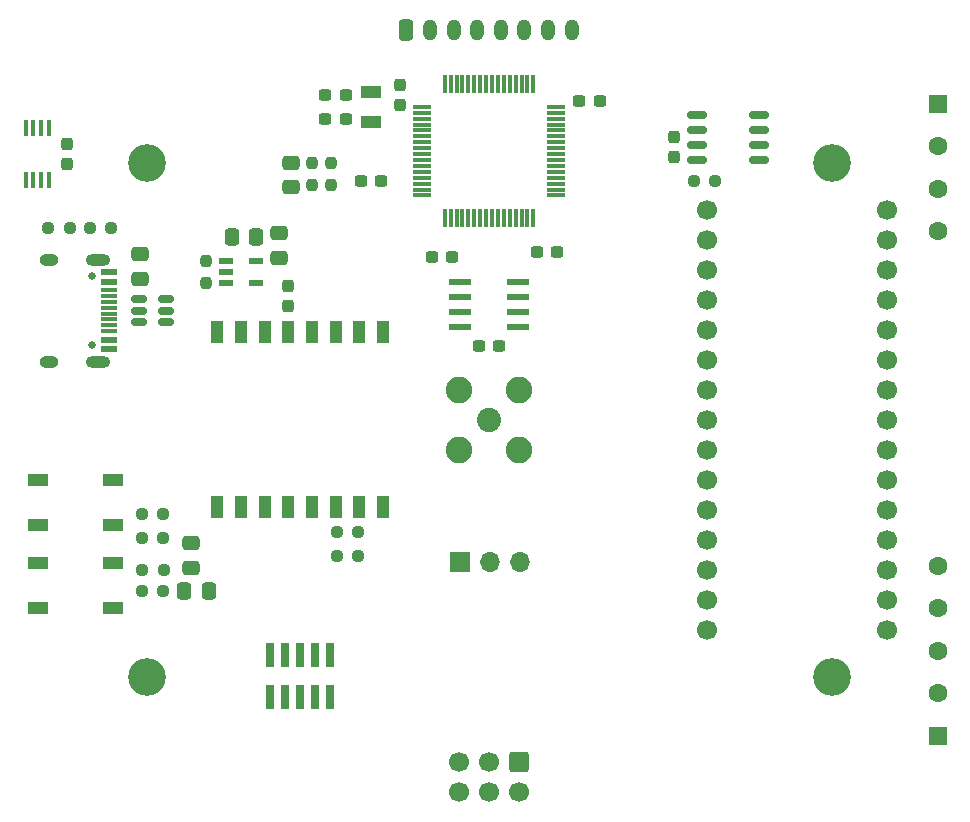
<source format=gbr>
%TF.GenerationSoftware,KiCad,Pcbnew,5.99.0-unknown-36d11f745e~142~ubuntu20.04.1*%
%TF.CreationDate,2021-10-28T09:57:52+02:00*%
%TF.ProjectId,Main_PCB_2,4d61696e-5f50-4434-925f-322e6b696361,rev?*%
%TF.SameCoordinates,Original*%
%TF.FileFunction,Soldermask,Top*%
%TF.FilePolarity,Negative*%
%FSLAX46Y46*%
G04 Gerber Fmt 4.6, Leading zero omitted, Abs format (unit mm)*
G04 Created by KiCad (PCBNEW 5.99.0-unknown-36d11f745e~142~ubuntu20.04.1) date 2021-10-28 09:57:52*
%MOMM*%
%LPD*%
G01*
G04 APERTURE LIST*
G04 Aperture macros list*
%AMRoundRect*
0 Rectangle with rounded corners*
0 $1 Rounding radius*
0 $2 $3 $4 $5 $6 $7 $8 $9 X,Y pos of 4 corners*
0 Add a 4 corners polygon primitive as box body*
4,1,4,$2,$3,$4,$5,$6,$7,$8,$9,$2,$3,0*
0 Add four circle primitives for the rounded corners*
1,1,$1+$1,$2,$3*
1,1,$1+$1,$4,$5*
1,1,$1+$1,$6,$7*
1,1,$1+$1,$8,$9*
0 Add four rect primitives between the rounded corners*
20,1,$1+$1,$2,$3,$4,$5,0*
20,1,$1+$1,$4,$5,$6,$7,0*
20,1,$1+$1,$6,$7,$8,$9,0*
20,1,$1+$1,$8,$9,$2,$3,0*%
G04 Aperture macros list end*
%ADD10RoundRect,0.250000X0.475000X-0.337500X0.475000X0.337500X-0.475000X0.337500X-0.475000X-0.337500X0*%
%ADD11RoundRect,0.150000X0.512500X0.150000X-0.512500X0.150000X-0.512500X-0.150000X0.512500X-0.150000X0*%
%ADD12RoundRect,0.237500X0.237500X-0.300000X0.237500X0.300000X-0.237500X0.300000X-0.237500X-0.300000X0*%
%ADD13RoundRect,0.237500X0.300000X0.237500X-0.300000X0.237500X-0.300000X-0.237500X0.300000X-0.237500X0*%
%ADD14RoundRect,0.250000X-0.600000X0.600000X-0.600000X-0.600000X0.600000X-0.600000X0.600000X0.600000X0*%
%ADD15C,1.700000*%
%ADD16RoundRect,0.237500X-0.250000X-0.237500X0.250000X-0.237500X0.250000X0.237500X-0.250000X0.237500X0*%
%ADD17RoundRect,0.237500X0.250000X0.237500X-0.250000X0.237500X-0.250000X-0.237500X0.250000X-0.237500X0*%
%ADD18R,0.760000X2.050000*%
%ADD19C,0.650000*%
%ADD20R,1.450000X0.600000*%
%ADD21R,1.450000X0.300000*%
%ADD22O,1.600000X1.000000*%
%ADD23O,2.100000X1.000000*%
%ADD24RoundRect,0.237500X0.237500X-0.250000X0.237500X0.250000X-0.237500X0.250000X-0.237500X-0.250000X0*%
%ADD25R,1.700000X1.000000*%
%ADD26R,1.800000X1.000000*%
%ADD27R,0.450000X1.400000*%
%ADD28RoundRect,0.250000X-0.550000X0.550000X-0.550000X-0.550000X0.550000X-0.550000X0.550000X0.550000X0*%
%ADD29C,1.600000*%
%ADD30R,1.981200X0.558800*%
%ADD31C,3.200000*%
%ADD32R,1.700000X1.700000*%
%ADD33O,1.700000X1.700000*%
%ADD34RoundRect,0.075000X-0.700000X-0.075000X0.700000X-0.075000X0.700000X0.075000X-0.700000X0.075000X0*%
%ADD35RoundRect,0.075000X-0.075000X-0.700000X0.075000X-0.700000X0.075000X0.700000X-0.075000X0.700000X0*%
%ADD36RoundRect,0.237500X-0.300000X-0.237500X0.300000X-0.237500X0.300000X0.237500X-0.300000X0.237500X0*%
%ADD37RoundRect,0.250000X-0.475000X0.337500X-0.475000X-0.337500X0.475000X-0.337500X0.475000X0.337500X0*%
%ADD38RoundRect,0.237500X-0.237500X0.250000X-0.237500X-0.250000X0.237500X-0.250000X0.237500X0.250000X0*%
%ADD39RoundRect,0.250000X0.550000X-0.550000X0.550000X0.550000X-0.550000X0.550000X-0.550000X-0.550000X0*%
%ADD40RoundRect,0.150000X0.675000X0.150000X-0.675000X0.150000X-0.675000X-0.150000X0.675000X-0.150000X0*%
%ADD41RoundRect,0.250000X-0.337500X-0.475000X0.337500X-0.475000X0.337500X0.475000X-0.337500X0.475000X0*%
%ADD42RoundRect,0.237500X-0.237500X0.300000X-0.237500X-0.300000X0.237500X-0.300000X0.237500X0.300000X0*%
%ADD43RoundRect,0.250000X-0.350000X-0.650000X0.350000X-0.650000X0.350000X0.650000X-0.350000X0.650000X0*%
%ADD44O,1.200000X1.800000*%
%ADD45R,1.050000X1.950000*%
%ADD46R,1.200000X0.600000*%
%ADD47C,2.050000*%
%ADD48C,2.250000*%
G04 APERTURE END LIST*
D10*
%TO.C,C19*%
X79440000Y-86037500D03*
X79440000Y-83962500D03*
%TD*%
D11*
%TO.C,U7*%
X81637500Y-89700000D03*
X81637500Y-88750000D03*
X81637500Y-87800000D03*
X79362500Y-87800000D03*
X79362500Y-88750000D03*
X79362500Y-89700000D03*
%TD*%
D12*
%TO.C,C6*%
X73250000Y-76362500D03*
X73250000Y-74637500D03*
%TD*%
D13*
%TO.C,C8*%
X118362500Y-71000000D03*
X116637500Y-71000000D03*
%TD*%
D14*
%TO.C,J2*%
X111500000Y-127000000D03*
D15*
X111500000Y-129540000D03*
X108960000Y-127000000D03*
X108960000Y-129540000D03*
X106420000Y-127000000D03*
X106420000Y-129540000D03*
%TD*%
D16*
%TO.C,R8*%
X79587500Y-112500000D03*
X81412500Y-112500000D03*
%TD*%
D17*
%TO.C,R14*%
X128162500Y-77750000D03*
X126337500Y-77750000D03*
%TD*%
D16*
%TO.C,R6*%
X79625000Y-110750000D03*
X81450000Y-110750000D03*
%TD*%
D18*
%TO.C,JP1*%
X90480000Y-121500000D03*
X90480000Y-117940000D03*
X91750000Y-121500000D03*
X91750000Y-117940000D03*
X93020000Y-121500000D03*
X93020000Y-117940000D03*
X94290000Y-121500000D03*
X94290000Y-117940000D03*
X95560000Y-121500000D03*
X95560000Y-117940000D03*
%TD*%
D19*
%TO.C,J3*%
X75400000Y-91640000D03*
X75400000Y-85860000D03*
D20*
X76845000Y-85500000D03*
X76845000Y-86300000D03*
D21*
X76845000Y-87500000D03*
X76845000Y-88500000D03*
X76845000Y-89000000D03*
X76845000Y-90000000D03*
D20*
X76845000Y-91200000D03*
X76845000Y-92000000D03*
X76845000Y-92000000D03*
X76845000Y-91200000D03*
D21*
X76845000Y-90500000D03*
X76845000Y-89500000D03*
X76845000Y-88000000D03*
X76845000Y-87000000D03*
D20*
X76845000Y-86300000D03*
X76845000Y-85500000D03*
D22*
X71750000Y-84430000D03*
D23*
X75930000Y-84430000D03*
X75930000Y-93070000D03*
D22*
X71750000Y-93070000D03*
%TD*%
D24*
%TO.C,R11*%
X85000000Y-86412500D03*
X85000000Y-84587500D03*
%TD*%
D25*
%TO.C,SW2*%
X77150000Y-103100000D03*
X70850000Y-103100000D03*
X70850000Y-106900000D03*
X77150000Y-106900000D03*
%TD*%
D17*
%TO.C,R5*%
X73515000Y-81750000D03*
X71690000Y-81750000D03*
%TD*%
D26*
%TO.C,Y1*%
X99000000Y-70250000D03*
X99000000Y-72750000D03*
%TD*%
D15*
%TO.C,U6*%
X127450000Y-80220000D03*
X127450000Y-82760000D03*
X127450000Y-85300000D03*
X127450000Y-87840000D03*
X127450000Y-90380000D03*
X127450000Y-92920000D03*
X127450000Y-95460000D03*
X127450000Y-98000000D03*
X127450000Y-100540000D03*
X127450000Y-103080000D03*
X127450000Y-105620000D03*
X127450000Y-108160000D03*
X127450000Y-110700000D03*
X127450000Y-113240000D03*
X127450000Y-115780000D03*
X142690000Y-115780000D03*
X142690000Y-113240000D03*
X142690000Y-110700000D03*
X142690000Y-108160000D03*
X142690000Y-105620000D03*
X142690000Y-103080000D03*
X142690000Y-100540000D03*
X142690000Y-98000000D03*
X142690000Y-95460000D03*
X142690000Y-92920000D03*
X142690000Y-90380000D03*
X142690000Y-87840000D03*
X142690000Y-85300000D03*
X142690000Y-82760000D03*
X142690000Y-80220000D03*
%TD*%
D25*
%TO.C,SW1*%
X77150000Y-110150000D03*
X70850000Y-110150000D03*
X70850000Y-113950000D03*
X77150000Y-113950000D03*
%TD*%
D27*
%TO.C,IC1*%
X69775000Y-77700000D03*
X70425000Y-77700000D03*
X71075000Y-77700000D03*
X71725000Y-77700000D03*
X71725000Y-73300000D03*
X71075000Y-73300000D03*
X70425000Y-73300000D03*
X69775000Y-73300000D03*
%TD*%
D16*
%TO.C,R2*%
X96087500Y-107500000D03*
X97912500Y-107500000D03*
%TD*%
D17*
%TO.C,R3*%
X97912500Y-109500000D03*
X96087500Y-109500000D03*
%TD*%
D28*
%TO.C,REF\u002A\u002A*%
X147000000Y-71250000D03*
D29*
X147000000Y-74850000D03*
X147000000Y-78450000D03*
X147000000Y-82050000D03*
%TD*%
D30*
%TO.C,U5*%
X106536200Y-86345000D03*
X106536200Y-87615000D03*
X106536200Y-88885000D03*
X106536200Y-90155000D03*
X111463800Y-90155000D03*
X111463800Y-88885000D03*
X111463800Y-87615000D03*
X111463800Y-86345000D03*
%TD*%
D31*
%TO.C,REF2*%
X80000000Y-119750000D03*
%TD*%
D32*
%TO.C,J4*%
X106500000Y-110000000D03*
D33*
X109040000Y-110000000D03*
X111580000Y-110000000D03*
%TD*%
D34*
%TO.C,U4*%
X103325000Y-71500000D03*
X103325000Y-72000000D03*
X103325000Y-72500000D03*
X103325000Y-73000000D03*
X103325000Y-73500000D03*
X103325000Y-74000000D03*
X103325000Y-74500000D03*
X103325000Y-75000000D03*
X103325000Y-75500000D03*
X103325000Y-76000000D03*
X103325000Y-76500000D03*
X103325000Y-77000000D03*
X103325000Y-77500000D03*
X103325000Y-78000000D03*
X103325000Y-78500000D03*
X103325000Y-79000000D03*
D35*
X105250000Y-80925000D03*
X105750000Y-80925000D03*
X106250000Y-80925000D03*
X106750000Y-80925000D03*
X107250000Y-80925000D03*
X107750000Y-80925000D03*
X108250000Y-80925000D03*
X108750000Y-80925000D03*
X109250000Y-80925000D03*
X109750000Y-80925000D03*
X110250000Y-80925000D03*
X110750000Y-80925000D03*
X111250000Y-80925000D03*
X111750000Y-80925000D03*
X112250000Y-80925000D03*
X112750000Y-80925000D03*
D34*
X114675000Y-79000000D03*
X114675000Y-78500000D03*
X114675000Y-78000000D03*
X114675000Y-77500000D03*
X114675000Y-77000000D03*
X114675000Y-76500000D03*
X114675000Y-76000000D03*
X114675000Y-75500000D03*
X114675000Y-75000000D03*
X114675000Y-74500000D03*
X114675000Y-74000000D03*
X114675000Y-73500000D03*
X114675000Y-73000000D03*
X114675000Y-72500000D03*
X114675000Y-72000000D03*
X114675000Y-71500000D03*
D35*
X112750000Y-69575000D03*
X112250000Y-69575000D03*
X111750000Y-69575000D03*
X111250000Y-69575000D03*
X110750000Y-69575000D03*
X110250000Y-69575000D03*
X109750000Y-69575000D03*
X109250000Y-69575000D03*
X108750000Y-69575000D03*
X108250000Y-69575000D03*
X107750000Y-69575000D03*
X107250000Y-69575000D03*
X106750000Y-69575000D03*
X106250000Y-69575000D03*
X105750000Y-69575000D03*
X105250000Y-69575000D03*
%TD*%
D31*
%TO.C,REF4*%
X138000000Y-119750000D03*
%TD*%
D16*
%TO.C,R7*%
X79587500Y-108000000D03*
X81412500Y-108000000D03*
%TD*%
D36*
%TO.C,C9*%
X104137500Y-84250000D03*
X105862500Y-84250000D03*
%TD*%
D13*
%TO.C,C3*%
X96862500Y-70500000D03*
X95137500Y-70500000D03*
%TD*%
D37*
%TO.C,C13*%
X92200000Y-76250000D03*
X92200000Y-78325000D03*
%TD*%
D38*
%TO.C,R13*%
X94000000Y-76287500D03*
X94000000Y-78112500D03*
%TD*%
D39*
%TO.C,REF\u002A\u002A*%
X147000000Y-124750000D03*
D29*
X147000000Y-121150000D03*
X147000000Y-117550000D03*
X147000000Y-113950000D03*
X147000000Y-110350000D03*
%TD*%
D10*
%TO.C,C18*%
X91250000Y-84287500D03*
X91250000Y-82212500D03*
%TD*%
D31*
%TO.C,REF1*%
X80000000Y-76250000D03*
%TD*%
D24*
%TO.C,R12*%
X95600000Y-78112500D03*
X95600000Y-76287500D03*
%TD*%
D40*
%TO.C,U8*%
X131825000Y-76005000D03*
X131825000Y-74735000D03*
X131825000Y-73465000D03*
X131825000Y-72195000D03*
X126575000Y-72195000D03*
X126575000Y-73465000D03*
X126575000Y-74735000D03*
X126575000Y-76005000D03*
%TD*%
D41*
%TO.C,C2*%
X83212500Y-112500000D03*
X85287500Y-112500000D03*
%TD*%
D13*
%TO.C,C4*%
X96862500Y-72500000D03*
X95137500Y-72500000D03*
%TD*%
D42*
%TO.C,C1*%
X92000000Y-86637500D03*
X92000000Y-88362500D03*
%TD*%
D31*
%TO.C,REF3*%
X138000000Y-76250000D03*
%TD*%
D36*
%TO.C,C5*%
X108137500Y-91750000D03*
X109862500Y-91750000D03*
%TD*%
D41*
%TO.C,C17*%
X87212500Y-82500000D03*
X89287500Y-82500000D03*
%TD*%
D17*
%TO.C,R4*%
X77015000Y-81750000D03*
X75190000Y-81750000D03*
%TD*%
D37*
%TO.C,C20*%
X83750000Y-108462500D03*
X83750000Y-110537500D03*
%TD*%
D43*
%TO.C,J5*%
X102000000Y-65000000D03*
D44*
X104000000Y-65000000D03*
X106000000Y-65000000D03*
X108000000Y-65000000D03*
X110000000Y-65000000D03*
X112000000Y-65000000D03*
X114000000Y-65000000D03*
X116000000Y-65000000D03*
%TD*%
D36*
%TO.C,C10*%
X113025000Y-83750000D03*
X114750000Y-83750000D03*
%TD*%
D16*
%TO.C,R9*%
X79587500Y-106000000D03*
X81412500Y-106000000D03*
%TD*%
D45*
%TO.C,U2*%
X86000000Y-105400000D03*
X88000000Y-105400000D03*
X90000000Y-105400000D03*
X92000000Y-105400000D03*
X94000000Y-105400000D03*
X96000000Y-105400000D03*
X98000000Y-105400000D03*
X100000000Y-105400000D03*
X100000000Y-90600000D03*
X98000000Y-90600000D03*
X96000000Y-90600000D03*
X94000000Y-90600000D03*
X92000000Y-90600000D03*
X90000000Y-90600000D03*
X88000000Y-90600000D03*
X86000000Y-90600000D03*
%TD*%
D42*
%TO.C,C16*%
X124670000Y-74022500D03*
X124670000Y-75747500D03*
%TD*%
D46*
%TO.C,PS2*%
X86750000Y-84550000D03*
X86750000Y-85500000D03*
X86750000Y-86450000D03*
X89250000Y-86450000D03*
X89250000Y-84550000D03*
%TD*%
D36*
%TO.C,C12*%
X98137500Y-77750000D03*
X99862500Y-77750000D03*
%TD*%
D42*
%TO.C,C11*%
X101500000Y-69637500D03*
X101500000Y-71362500D03*
%TD*%
D47*
%TO.C,J1*%
X109000000Y-98000000D03*
D48*
X106460000Y-100540000D03*
X111540000Y-95460000D03*
X106460000Y-95460000D03*
X111540000Y-100540000D03*
%TD*%
M02*

</source>
